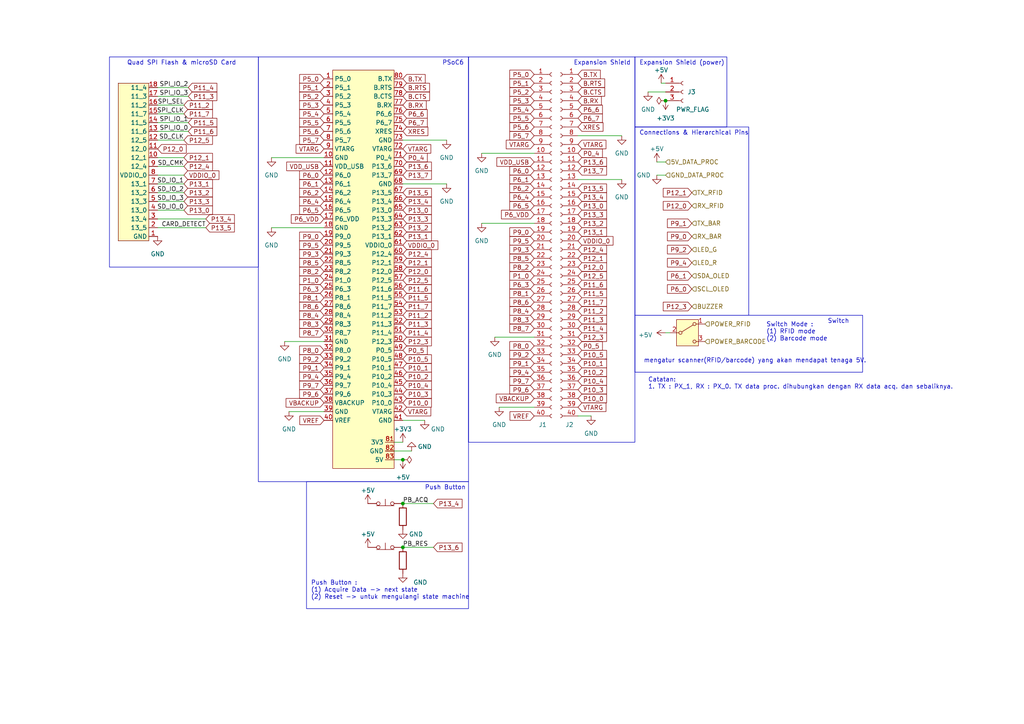
<source format=kicad_sch>
(kicad_sch (version 20230121) (generator eeschema)
  (paper "A4")
  (title_block (title "PSoC (Processing Unit)") (date "2024-03-05") (rev "2.1") (company "Institut Teknologi Bandung") (comment 1 "Bostang Palaguna") (comment 2 "Designed By:"))
  (lib_symbols
    (symbol "Connector:Conn_01x03_Socket" (pin_names (offset 1.016) hide)
      (property "Reference" "J" (at 0 5.08 0))
      (property "Value" "Conn_01x03_Socket" (at 0 -5.08 0))
      (symbol "Conn_01x03_Socket_1_1"
        (arc (start 0 -2.032) (mid -0.5058 -2.54) (end 0 -3.048) (stroke (width 0.1524)))
        (polyline (pts (xy -1.27 -2.54) (xy -0.508 -2.54)) (stroke (width 0.1524)))
        (polyline (pts (xy -1.27 0) (xy -0.508 0)) (stroke (width 0.1524)))
        (polyline (pts (xy -1.27 2.54) (xy -0.508 2.54)) (stroke (width 0.1524)))
        (arc (start 0 0.508) (mid -0.5058 0) (end 0 -0.508) (stroke (width 0.1524)))
        (arc (start 0 3.048) (mid -0.5058 2.54) (end 0 2.032) (stroke (width 0.1524)))
        (pin passive line (at -5.08 2.54 0) (length 3.81) (name "Pin_1") (number "1"))
        (pin passive line (at -5.08 0 0) (length 3.81) (name "Pin_2") (number "2"))
        (pin passive line (at -5.08 -2.54 0) (length 3.81) (name "Pin_3") (number "3"))
      )
    )
    (symbol "Connector:Conn_01x40_Socket" (pin_names (offset 1.016) hide)
      (property "Reference" "J" (at 0 50.8 0))
      (property "Value" "Conn_01x40_Socket" (at 0 -53.34 0))
      (symbol "Conn_01x40_Socket_1_1"
        (arc (start 0 -50.292) (mid -0.5058 -50.8) (end 0 -51.308) (stroke (width 0.1524)))
        (arc (start 0 -47.752) (mid -0.5058 -48.26) (end 0 -48.768) (stroke (width 0.1524)))
        (arc (start 0 -45.212) (mid -0.5058 -45.72) (end 0 -46.228) (stroke (width 0.1524)))
        (arc (start 0 -42.672) (mid -0.5058 -43.18) (end 0 -43.688) (stroke (width 0.1524)))
        (arc (start 0 -40.132) (mid -0.5058 -40.64) (end 0 -41.148) (stroke (width 0.1524)))
        (arc (start 0 -37.592) (mid -0.5058 -38.1) (end 0 -38.608) (stroke (width 0.1524)))
        (arc (start 0 -35.052) (mid -0.5058 -35.56) (end 0 -36.068) (stroke (width 0.1524)))
        (arc (start 0 -32.512) (mid -0.5058 -33.02) (end 0 -33.528) (stroke (width 0.1524)))
        (arc (start 0 -29.972) (mid -0.5058 -30.48) (end 0 -30.988) (stroke (width 0.1524)))
        (arc (start 0 -27.432) (mid -0.5058 -27.94) (end 0 -28.448) (stroke (width 0.1524)))
        (arc (start 0 -24.892) (mid -0.5058 -25.4) (end 0 -25.908) (stroke (width 0.1524)))
        (arc (start 0 -22.352) (mid -0.5058 -22.86) (end 0 -23.368) (stroke (width 0.1524)))
        (arc (start 0 -19.812) (mid -0.5058 -20.32) (end 0 -20.828) (stroke (width 0.1524)))
        (arc (start 0 -17.272) (mid -0.5058 -17.78) (end 0 -18.288) (stroke (width 0.1524)))
        (arc (start 0 -14.732) (mid -0.5058 -15.24) (end 0 -15.748) (stroke (width 0.1524)))
        (arc (start 0 -12.192) (mid -0.5058 -12.7) (end 0 -13.208) (stroke (width 0.1524)))
        (arc (start 0 -9.652) (mid -0.5058 -10.16) (end 0 -10.668) (stroke (width 0.1524)))
        (arc (start 0 -7.112) (mid -0.5058 -7.62) (end 0 -8.128) (stroke (width 0.1524)))
        (arc (start 0 -4.572) (mid -0.5058 -5.08) (end 0 -5.588) (stroke (width 0.1524)))
        (arc (start 0 -2.032) (mid -0.5058 -2.54) (end 0 -3.048) (stroke (width 0.1524)))
        (polyline (pts (xy -1.27 -50.8) (xy -0.508 -50.8)) (stroke (width 0.1524)))
        (polyline (pts (xy -1.27 -48.26) (xy -0.508 -48.26)) (stroke (width 0.1524)))
        (polyline (pts (xy -1.27 -45.72) (xy -0.508 -45.72)) (stroke (width 0.1524)))
        (polyline (pts (xy -1.27 -43.18) (xy -0.508 -43.18)) (stroke (width 0.1524)))
        (polyline (pts (xy -1.27 -40.64) (xy -0.508 -40.64)) (stroke (width 0.1524)))
        (polyline (pts (xy -1.27 -38.1) (xy -0.508 -38.1)) (stroke (width 0.1524)))
        (polyline (pts (xy -1.27 -35.56) (xy -0.508 -35.56)) (stroke (width 0.1524)))
        (polyline (pts (xy -1.27 -33.02) (xy -0.508 -33.02)) (stroke (width 0.1524)))
        (polyline (pts (xy -1.27 -30.48) (xy -0.508 -30.48)) (stroke (width 0.1524)))
        (polyline (pts (xy -1.27 -27.94) (xy -0.508 -27.94)) (stroke (width 0.1524)))
        (polyline (pts (xy -1.27 -25.4) (xy -0.508 -25.4)) (stroke (width 0.1524)))
        (polyline (pts (xy -1.27 -22.86) (xy -0.508 -22.86)) (stroke (width 0.1524)))
        (polyline (pts (xy -1.27 -20.32) (xy -0.508 -20.32)) (stroke (width 0.1524)))
        (polyline (pts (xy -1.27 -17.78) (xy -0.508 -17.78)) (stroke (width 0.1524)))
        (polyline (pts (xy -1.27 -15.24) (xy -0.508 -15.24)) (stroke (width 0.1524)))
        (polyline (pts (xy -1.27 -12.7) (xy -0.508 -12.7)) (stroke (width 0.1524)))
        (polyline (pts (xy -1.27 -10.16) (xy -0.508 -10.16)) (stroke (width 0.1524)))
        (polyline (pts (xy -1.27 -7.62) (xy -0.508 -7.62)) (stroke (width 0.1524)))
        (polyline (pts (xy -1.27 -5.08) (xy -0.508 -5.08)) (stroke (width 0.1524)))
        (polyline (pts (xy -1.27 -2.54) (xy -0.508 -2.54)) (stroke (width 0.1524)))
        (polyline (pts (xy -1.27 0) (xy -0.508 0)) (stroke (width 0.1524)))
        (polyline (pts (xy -1.27 2.54) (xy -0.508 2.54)) (stroke (width 0.1524)))
        (polyline (pts (xy -1.27 5.08) (xy -0.508 5.08)) (stroke (width 0.1524)))
        (polyline (pts (xy -1.27 7.62) (xy -0.508 7.62)) (stroke (width 0.1524)))
        (polyline (pts (xy -1.27 10.16) (xy -0.508 10.16)) (stroke (width 0.1524)))
        (polyline (pts (xy -1.27 12.7) (xy -0.508 12.7)) (stroke (width 0.1524)))
        (polyline (pts (xy -1.27 15.24) (xy -0.508 15.24)) (stroke (width 0.1524)))
        (polyline (pts (xy -1.27 17.78) (xy -0.508 17.78)) (stroke (width 0.1524)))
        (polyline (pts (xy -1.27 20.32) (xy -0.508 20.32)) (stroke (width 0.1524)))
        (polyline (pts (xy -1.27 22.86) (xy -0.508 22.86)) (stroke (width 0.1524)))
        (polyline (pts (xy -1.27 25.4) (xy -0.508 25.4)) (stroke (width 0.1524)))
        (polyline (pts (xy -1.27 27.94) (xy -0.508 27.94)) (stroke (width 0.1524)))
        (polyline (pts (xy -1.27 30.48) (xy -0.508 30.48)) (stroke (width 0.1524)))
        (polyline (pts (xy -1.27 33.02) (xy -0.508 33.02)) (stroke (width 0.1524)))
        (polyline (pts (xy -1.27 35.56) (xy -0.508 35.56)) (stroke (width 0.1524)))
        (polyline (pts (xy -1.27 38.1) (xy -0.508 38.1)) (stroke (width 0.1524)))
        (polyline (pts (xy -1.27 40.64) (xy -0.508 40.64)) (stroke (width 0.1524)))
        (polyline (pts (xy -1.27 43.18) (xy -0.508 43.18)) (stroke (width 0.1524)))
        (polyline (pts (xy -1.27 45.72) (xy -0.508 45.72)) (stroke (width 0.1524)))
        (polyline (pts (xy -1.27 48.26) (xy -0.508 48.26)) (stroke (width 0.1524)))
        (arc (start 0 0.508) (mid -0.5058 0) (end 0 -0.508) (stroke (width 0.1524)))
        (arc (start 0 3.048) (mid -0.5058 2.54) (end 0 2.032) (stroke (width 0.1524)))
        (arc (start 0 5.588) (mid -0.5058 5.08) (end 0 4.572) (stroke (width 0.1524)))
        (arc (start 0 8.128) (mid -0.5058 7.62) (end 0 7.112) (stroke (width 0.1524)))
        (arc (start 0 10.668) (mid -0.5058 10.16) (end 0 9.652) (stroke (width 0.1524)))
        (arc (start 0 13.208) (mid -0.5058 12.7) (end 0 12.192) (stroke (width 0.1524)))
        (arc (start 0 15.748) (mid -0.5058 15.24) (end 0 14.732) (stroke (width 0.1524)))
        (arc (start 0 18.288) (mid -0.5058 17.78) (end 0 17.272) (stroke (width 0.1524)))
        (arc (start 0 20.828) (mid -0.5058 20.32) (end 0 19.812) (stroke (width 0.1524)))
        (arc (start 0 23.368) (mid -0.5058 22.86) (end 0 22.352) (stroke (width 0.1524)))
        (arc (start 0 25.908) (mid -0.5058 25.4) (end 0 24.892) (stroke (width 0.1524)))
        (arc (start 0 28.448) (mid -0.5058 27.94) (end 0 27.432) (stroke (width 0.1524)))
        (arc (start 0 30.988) (mid -0.5058 30.48) (end 0 29.972) (stroke (width 0.1524)))
        (arc (start 0 33.528) (mid -0.5058 33.02) (end 0 32.512) (stroke (width 0.1524)))
        (arc (start 0 36.068) (mid -0.5058 35.56) (end 0 35.052) (stroke (width 0.1524)))
        (arc (start 0 38.608) (mid -0.5058 38.1) (end 0 37.592) (stroke (width 0.1524)))
        (arc (start 0 41.148) (mid -0.5058 40.64) (end 0 40.132) (stroke (width 0.1524)))
        (arc (start 0 43.688) (mid -0.5058 43.18) (end 0 42.672) (stroke (width 0.1524)))
        (arc (start 0 46.228) (mid -0.5058 45.72) (end 0 45.212) (stroke (width 0.1524)))
        (arc (start 0 48.768) (mid -0.5058 48.26) (end 0 47.752) (stroke (width 0.1524)))
        (pin passive line (at -5.08 48.26 0) (length 3.81) (name "Pin_1") (number "1"))
        (pin passive line (at -5.08 25.4 0) (length 3.81) (name "Pin_10") (number "10"))
        (pin passive line (at -5.08 22.86 0) (length 3.81) (name "Pin_11") (number "11"))
        (pin passive line (at -5.08 20.32 0) (length 3.81) (name "Pin_12") (number "12"))
        (pin passive line (at -5.08 17.78 0) (length 3.81) (name "Pin_13") (number "13"))
        (pin passive line (at -5.08 15.24 0) (length 3.81) (name "Pin_14") (number "14"))
        (pin passive line (at -5.08 12.7 0) (length 3.81) (name "Pin_15") (number "15"))
        (pin passive line (at -5.08 10.16 0) (length 3.81) (name "Pin_16") (number "16"))
        (pin passive line (at -5.08 7.62 0) (length 3.81) (name "Pin_17") (number "17"))
        (pin passive line (at -5.08 5.08 0) (length 3.81) (name "Pin_18") (number "18"))
        (pin passive line (at -5.08 2.54 0) (length 3.81) (name "Pin_19") (number "19"))
        (pin passive line (at -5.08 45.72 0) (length 3.81) (name "Pin_2") (number "2"))
        (pin passive line (at -5.08 0 0) (length 3.81) (name "Pin_20") (number "20"))
        (pin passive line (at -5.08 -2.54 0) (length 3.81) (name "Pin_21") (number "21"))
        (pin passive line (at -5.08 -5.08 0) (length 3.81) (name "Pin_22") (number "22"))
        (pin passive line (at -5.08 -7.62 0) (length 3.81) (name "Pin_23") (number "23"))
        (pin passive line (at -5.08 -10.16 0) (length 3.81) (name "Pin_24") (number "24"))
        (pin passive line (at -5.08 -12.7 0) (length 3.81) (name "Pin_25") (number "25"))
        (pin passive line (at -5.08 -15.24 0) (length 3.81) (name "Pin_26") (number "26"))
        (pin passive line (at -5.08 -17.78 0) (length 3.81) (name "Pin_27") (number "27"))
        (pin passive line (at -5.08 -20.32 0) (length 3.81) (name "Pin_28") (number "28"))
        (pin passive line (at -5.08 -22.86 0) (length 3.81) (name "Pin_29") (number "29"))
        (pin passive line (at -5.08 43.18 0) (length 3.81) (name "Pin_3") (number "3"))
        (pin passive line (at -5.08 -25.4 0) (length 3.81) (name "Pin_30") (number "30"))
        (pin passive line (at -5.08 -27.94 0) (length 3.81) (name "Pin_31") (number "31"))
        (pin passive line (at -5.08 -30.48 0) (length 3.81) (name "Pin_32") (number "32"))
        (pin passive line (at -5.08 -33.02 0) (length 3.81) (name "Pin_33") (number "33"))
        (pin passive line (at -5.08 -35.56 0) (length 3.81) (name "Pin_34") (number "34"))
        (pin passive line (at -5.08 -38.1 0) (length 3.81) (name "Pin_35") (number "35"))
        (pin passive line (at -5.08 -40.64 0) (length 3.81) (name "Pin_36") (number "36"))
        (pin passive line (at -5.08 -43.18 0) (length 3.81) (name "Pin_37") (number "37"))
        (pin passive line (at -5.08 -45.72 0) (length 3.81) (name "Pin_38") (number "38"))
        (pin passive line (at -5.08 -48.26 0) (length 3.81) (name "Pin_39") (number "39"))
        (pin passive line (at -5.08 40.64 0) (length 3.81) (name "Pin_4") (number "4"))
        (pin passive line (at -5.08 -50.8 0) (length 3.81) (name "Pin_40") (number "40"))
        (pin passive line (at -5.08 38.1 0) (length 3.81) (name "Pin_5") (number "5"))
        (pin passive line (at -5.08 35.56 0) (length 3.81) (name "Pin_6") (number "6"))
        (pin passive line (at -5.08 33.02 0) (length 3.81) (name "Pin_7") (number "7"))
        (pin passive line (at -5.08 30.48 0) (length 3.81) (name "Pin_8") (number "8"))
        (pin passive line (at -5.08 27.94 0) (length 3.81) (name "Pin_9") (number "9"))
      )
    )
    (symbol "Device:R" (pin_numbers hide) (pin_names (offset 0))
      (property "Reference" "R" (at 2.032 0 90))
      (property "Value" "R" (at 0 0 90))
      (symbol "R_0_1"
        (rectangle (start -1.016 -2.54) (end 1.016 2.54) (stroke (width 0.254)))
      )
      (symbol "R_1_1"
        (pin passive line (at 0 3.81 270) (length 1.27) (name "~") (number "1"))
        (pin passive line (at 0 -3.81 90) (length 1.27) (name "~") (number "2"))
      )
    )
    (symbol "Switch:SW_Push_Open" (pin_numbers hide) (pin_names (offset 1.016) hide)
      (property "Reference" "SW" (at 0 2.54 0))
      (property "Value" "SW_Push_Open" (at 0 -1.905 0))
      (symbol "SW_Push_Open_0_1"
        (circle (center -2.032 0) (radius 0.508))
        (polyline (pts (xy -2.54 -0.635) (xy 2.54 -0.635)))
        (polyline (pts (xy 0 -0.635) (xy 0 1.27)))
        (circle (center 2.032 0) (radius 0.508))
        (pin passive line (at -5.08 0 0) (length 2.54) (name "A") (number "1"))
      )
      (symbol "SW_Push_Open_1_1"
        (pin passive line (at 5.08 0 180) (length 2.54) (name "B") (number "2"))
      )
    )
    (symbol "Switch:SW_SPDT" (pin_names (offset 0) hide)
      (property "Reference" "SW" (at 0 5.08 0))
      (property "Value" "SW_SPDT" (at 0 -5.08 0))
      (symbol "SW_SPDT_0_1"
        (circle (center -2.032 0) (radius 0.4572))
        (polyline (pts (xy -1.651 0.254) (xy 1.651 2.286)))
        (circle (center 2.032 -2.54) (radius 0.4572))
        (circle (center 2.032 2.54) (radius 0.4572))
      )
      (symbol "SW_SPDT_1_1"
        (rectangle (start -3.175 3.81) (end 3.175 -3.81) (fill (type background)))
        (pin passive line (at 5.08 2.54 180) (length 2.54) (name "A") (number "1"))
        (pin passive line (at -5.08 0 0) (length 2.54) (name "B") (number "2"))
        (pin passive line (at 5.08 -2.54 180) (length 2.54) (name "C") (number "3"))
      )
    )
    (symbol "WMS_components:CY8CPROTO-062-4343W"
      (property "Reference" "U" (at 1.27 52.07 0))
      (symbol "CY8CPROTO-062-4343W_1_1"
        (rectangle (start -8.89 49.53) (end 8.89 -66.04) (fill (type background)))
        (pin bidirectional line (at -11.43 46.99 0) (length 2.54) (name "P5_0") (number "1"))
        (pin bidirectional line (at -11.43 24.13 0) (length 2.54) (name "GND") (number "10"))
        (pin bidirectional line (at -11.43 21.59 0) (length 2.54) (name "VDD_USB") (number "11"))
        (pin bidirectional line (at -11.43 19.05 0) (length 2.54) (name "P6_0") (number "12"))
        (pin bidirectional line (at -11.43 16.51 0) (length 2.54) (name "P6_1") (number "13"))
        (pin bidirectional line (at -11.43 13.97 0) (length 2.54) (name "P6_2") (number "14"))
        (pin bidirectional line (at -11.43 11.43 0) (length 2.54) (name "P6_4") (number "15"))
        (pin bidirectional line (at -11.43 8.89 0) (length 2.54) (name "P6_5") (number "16"))
        (pin bidirectional line (at -11.43 6.35 0) (length 2.54) (name "P6_VDD") (number "17"))
        (pin bidirectional line (at -11.43 3.81 0) (length 2.54) (name "GND") (number "18"))
        (pin bidirectional line (at -11.43 1.27 0) (length 2.54) (name "P9_0") (number "19"))
        (pin bidirectional line (at -11.43 44.45 0) (length 2.54) (name "P5_1") (number "2"))
        (pin bidirectional line (at -11.43 -1.27 0) (length 2.54) (name "P9_5") (number "20"))
        (pin bidirectional line (at -11.43 -3.81 0) (length 2.54) (name "P9_3") (number "21"))
        (pin bidirectional line (at -11.43 -6.35 0) (length 2.54) (name "P8_5") (number "22"))
        (pin bidirectional line (at -11.43 -8.89 0) (length 2.54) (name "P8_2") (number "23"))
        (pin bidirectional line (at -11.43 -11.43 0) (length 2.54) (name "P1_0") (number "24"))
        (pin bidirectional line (at -11.43 -13.97 0) (length 2.54) (name "P6_3") (number "25"))
        (pin bidirectional line (at -11.43 -16.51 0) (length 2.54) (name "P8_1") (number "26"))
        (pin bidirectional line (at -11.43 -19.05 0) (length 2.54) (name "P8_6") (number "27"))
        (pin bidirectional line (at -11.43 -21.59 0) (length 2.54) (name "P8_4") (number "28"))
        (pin bidirectional line (at -11.43 -24.13 0) (length 2.54) (name "P8_3") (number "29"))
        (pin bidirectional line (at -11.43 41.91 0) (length 2.54) (name "P5_2") (number "3"))
        (pin bidirectional line (at -11.43 -26.67 0) (length 2.54) (name "P8_7") (number "30"))
        (pin bidirectional line (at -11.43 -29.21 0) (length 2.54) (name "GND") (number "31"))
        (pin bidirectional line (at -11.43 -31.75 0) (length 2.54) (name "P8_0") (number "32"))
        (pin bidirectional line (at -11.43 -34.29 0) (length 2.54) (name "P9_2") (number "33"))
        (pin bidirectional line (at -11.43 -36.83 0) (length 2.54) (name "P9_1") (number "34"))
        (pin bidirectional line (at -11.43 -39.37 0) (length 2.54) (name "P9_4") (number "35"))
        (pin bidirectional line (at -11.43 -41.91 0) (length 2.54) (name "P9_7") (number "36"))
        (pin bidirectional line (at -11.43 -44.45 0) (length 2.54) (name "P9_6") (number "37"))
        (pin bidirectional line (at -11.43 -46.99 0) (length 2.54) (name "VBACKUP") (number "38"))
        (pin bidirectional line (at -11.43 -49.53 0) (length 2.54) (name "GND") (number "39"))
        (pin bidirectional line (at -11.43 39.37 0) (length 2.54) (name "P5_3") (number "4"))
        (pin bidirectional line (at -11.43 -52.07 0) (length 2.54) (name "VREF") (number "40"))
        (pin bidirectional line (at 11.43 -52.07 180) (length 2.54) (name "GND") (number "41"))
        (pin bidirectional line (at 11.43 -49.53 180) (length 2.54) (name "VTARG") (number "42"))
        (pin bidirectional line (at 11.43 -46.99 180) (length 2.54) (name "P10_0") (number "43"))
        (pin bidirectional line (at 11.43 -44.45 180) (length 2.54) (name "P10_3") (number "44"))
        (pin bidirectional line (at 11.43 -41.91 180) (length 2.54) (name "P10_4") (number "45"))
        (pin bidirectional line (at 11.43 -39.37 180) (length 2.54) (name "P10_2") (number "46"))
        (pin bidirectional line (at 11.43 -36.83 180) (length 2.54) (name "P10_1") (number "47"))
        (pin bidirectional line (at 11.43 -34.29 180) (length 2.54) (name "P10_5") (number "48"))
        (pin bidirectional line (at 11.43 -31.75 180) (length 2.54) (name "P0_5") (number "49"))
        (pin bidirectional line (at -11.43 36.83 0) (length 2.54) (name "P5_4") (number "5"))
        (pin bidirectional line (at 11.43 -29.21 180) (length 2.54) (name "P12_3") (number "50"))
        (pin bidirectional line (at 11.43 -26.67 180) (length 2.54) (name "P11_4") (number "51"))
        (pin bidirectional line (at 11.43 -24.13 180) (length 2.54) (name "P11_3") (number "52"))
        (pin bidirectional line (at 11.43 -21.59 180) (length 2.54) (name "P11_2") (number "53"))
        (pin bidirectional line (at 11.43 -19.05 180) (length 2.54) (name "P11_7") (number "54"))
        (pin bidirectional line (at 11.43 -16.51 180) (length 2.54) (name "P11_5") (number "55"))
        (pin bidirectional line (at 11.43 -13.97 180) (length 2.54) (name "P11_6") (number "56"))
        (pin bidirectional line (at 11.43 -11.43 180) (length 2.54) (name "P12_5") (number "57"))
        (pin bidirectional line (at 11.43 -8.89 180) (length 2.54) (name "P12_0") (number "58"))
        (pin bidirectional line (at 11.43 -6.35 180) (length 2.54) (name "P12_1") (number "59"))
        (pin bidirectional line (at -11.43 34.29 0) (length 2.54) (name "P5_5") (number "6"))
        (pin bidirectional line (at 11.43 -3.81 180) (length 2.54) (name "P12_4") (number "60"))
        (pin bidirectional line (at 11.43 -1.27 180) (length 2.54) (name "VDDIO_0") (number "61"))
        (pin bidirectional line (at 11.43 1.27 180) (length 2.54) (name "P13_1") (number "62"))
        (pin bidirectional line (at 11.43 3.81 180) (length 2.54) (name "P13_2") (number "63"))
        (pin bidirectional line (at 11.43 6.35 180) (length 2.54) (name "P13_3") (number "64"))
        (pin bidirectional line (at 11.43 8.89 180) (length 2.54) (name "P13_0") (number "65"))
        (pin bidirectional line (at 11.43 11.43 180) (length 2.54) (name "P13_4") (number "66"))
        (pin bidirectional line (at 11.43 13.97 180) (length 2.54) (name "P13_5") (number "67"))
        (pin bidirectional line (at 11.43 16.51 180) (length 2.54) (name "GND") (number "68"))
        (pin bidirectional line (at 11.43 19.05 180) (length 2.54) (name "P13_7") (number "69"))
        (pin bidirectional line (at -11.43 31.75 0) (length 2.54) (name "P5_6") (number "7"))
        (pin bidirectional line (at 11.43 21.59 180) (length 2.54) (name "P13_6") (number "70"))
        (pin bidirectional line (at 11.43 24.13 180) (length 2.54) (name "P0_4") (number "71"))
        (pin bidirectional line (at 11.43 26.67 180) (length 2.54) (name "VTARG") (number "72"))
        (pin bidirectional line (at 11.43 29.21 180) (length 2.54) (name "GND") (number "73"))
        (pin bidirectional line (at 11.43 31.75 180) (length 2.54) (name "XRES") (number "74"))
        (pin bidirectional line (at 11.43 34.29 180) (length 2.54) (name "P6_7") (number "75"))
        (pin bidirectional line (at 11.43 36.83 180) (length 2.54) (name "P6_6") (number "76"))
        (pin bidirectional line (at 11.43 39.37 180) (length 2.54) (name "B.RX") (number "77"))
        (pin bidirectional line (at 11.43 41.91 180) (length 2.54) (name "B.CTS") (number "78"))
        (pin bidirectional line (at 11.43 44.45 180) (length 2.54) (name "B.RTS") (number "79"))
        (pin bidirectional line (at -11.43 29.21 0) (length 2.54) (name "P5_7") (number "8"))
        (pin bidirectional line (at 11.43 46.99 180) (length 2.54) (name "B.TX") (number "80"))
        (pin power_in line (at 8.89 -58.42 180) (length 2.54) (name "3V3") (number "81"))
        (pin bidirectional line (at 8.89 -60.96 180) (length 2.54) (name "GND") (number "82"))
        (pin power_in line (at 8.89 -63.5 180) (length 2.54) (name "5V") (number "83"))
        (pin bidirectional line (at -11.43 26.67 0) (length 2.54) (name "VTARG") (number "9"))
      )
    )
    (symbol "WMS_components:QUAD_SPI_and_MICRO_SD"
      (property "Reference" "U" (at 0 6.35 0))
      (symbol "QUAD_SPI_and_MICRO_SD_0_1"
        (rectangle (start -22.86 5.08) (end 22.86 -3.81) (fill (type background)))
      )
      (symbol "QUAD_SPI_and_MICRO_SD_1_1"
        (pin power_in line (at -21.59 -6.35 90) (length 2.54) (name "GND") (number "1"))
        (pin bidirectional line (at 1.27 -6.35 90) (length 2.54) (name "12_1") (number "10"))
        (pin bidirectional line (at 3.81 -6.35 90) (length 2.54) (name "12_0") (number "11"))
        (pin bidirectional line (at 6.35 -6.35 90) (length 2.54) (name "12_5") (number "12"))
        (pin bidirectional line (at 8.89 -6.35 90) (length 2.54) (name "11_6") (number "13"))
        (pin bidirectional line (at 11.43 -6.35 90) (length 2.54) (name "11_5") (number "14"))
        (pin bidirectional line (at 13.97 -6.35 90) (length 2.54) (name "11_7") (number "15"))
        (pin bidirectional line (at 16.51 -6.35 90) (length 2.54) (name "11_2") (number "16"))
        (pin bidirectional line (at 19.05 -6.35 90) (length 2.54) (name "11_3") (number "17"))
        (pin bidirectional line (at 21.59 -6.35 90) (length 2.54) (name "11_4") (number "18"))
        (pin bidirectional line (at -19.05 -6.35 90) (length 2.54) (name "13_5") (number "2"))
        (pin bidirectional line (at -16.51 -6.35 90) (length 2.54) (name "13_4") (number "3"))
        (pin bidirectional line (at -13.97 -6.35 90) (length 2.54) (name "13_0") (number "4"))
        (pin bidirectional line (at -11.43 -6.35 90) (length 2.54) (name "13_3") (number "5"))
        (pin bidirectional line (at -8.89 -6.35 90) (length 2.54) (name "13_2") (number "6"))
        (pin bidirectional line (at -6.35 -6.35 90) (length 2.54) (name "13_1") (number "7"))
        (pin bidirectional line (at -3.81 -6.35 90) (length 2.54) (name "VDDIO_0") (number "8"))
        (pin bidirectional line (at -1.27 -6.35 90) (length 2.54) (name "12_4") (number "9"))
      )
    )
    (symbol "power:+3V3" (power) (pin_names (offset 0))
      (property "Value" "+3V3" (at 0 3.556 0))
      (symbol "+3V3_0_1"
        (polyline (pts (xy -0.762 1.27) (xy 0 2.54)))
        (polyline (pts (xy 0 0) (xy 0 2.54)))
        (polyline (pts (xy 0 2.54) (xy 0.762 1.27)))
      )
      (symbol "+3V3_1_1"
        (pin power_in line (at 0 0 90) (length 0) hide (name "+3V3") (number "1"))
      )
    )
    (symbol "power:+5V" (power) (pin_names (offset 0))
      (property "Value" "+5V" (at 0 3.556 0))
      (symbol "+5V_0_1"
        (polyline (pts (xy -0.762 1.27) (xy 0 2.54)))
        (polyline (pts (xy 0 0) (xy 0 2.54)))
        (polyline (pts (xy 0 2.54) (xy 0.762 1.27)))
      )
      (symbol "+5V_1_1"
        (pin power_in line (at 0 0 90) (length 0) hide (name "+5V") (number "1"))
      )
    )
    (symbol "power:GND" (power) (pin_names (offset 0))
      (property "Value" "GND" (at 0 -3.81 0))
      (symbol "GND_0_1"
        (polyline (pts (xy 0 0) (xy 0 -1.27) (xy 1.27 -1.27) (xy 0 -2.54) (xy -1.27 -1.27) (xy 0 -1.27)))
      )
      (symbol "GND_1_1"
        (pin power_in line (at 0 0 270) (length 0) hide (name "GND") (number "1"))
      )
    )
    (symbol "power:PWR_FLAG" (power) (pin_numbers hide) (pin_names (offset 0) hide)
      (property "Value" "PWR_FLAG" (at 0 3.81 0))
      (symbol "PWR_FLAG_0_0"
        (pin power_out line (at 0 0 90) (length 0) (name "pwr") (number "1"))
      )
      (symbol "PWR_FLAG_0_1"
        (polyline (pts (xy 0 0) (xy 0 1.27) (xy -1.016 1.905) (xy 0 2.54) (xy 1.016 1.905) (xy 0 1.27)))
      )
    )
  )
  (junction (at 193.04 29.21))
  (junction (at 116.84 146.05))
  (junction (at 116.84 133.35))
  (junction (at 116.84 158.75))
  (wire (pts (xy 59.69 63.5) (xy 45.72 63.5)))
  (wire (pts (xy 143.51 97.79) (xy 154.94 97.79)))
  (wire (pts (xy 129.54 40.64) (xy 116.84 40.64)))
  (wire (pts (xy 53.34 53.34) (xy 45.72 53.34)))
  (wire (pts (xy 123.19 121.92) (xy 116.84 121.92)))
  (wire (pts (xy 193.04 96.52) (xy 194.31 96.52)))
  (wire (pts (xy 53.34 45.72) (xy 45.72 45.72)))
  (wire (pts (xy 59.69 66.04) (xy 45.72 66.04)))
  (wire (pts (xy 187.96 26.67) (xy 193.04 26.67)))
  (wire (pts (xy 190.5 50.8) (xy 193.04 50.8)))
  (wire (pts (xy 53.34 40.64) (xy 45.72 40.64)))
  (wire (pts (xy 54.61 38.1) (xy 45.72 38.1)))
  (wire (pts (xy 53.34 33.02) (xy 45.72 33.02)))
  (wire (pts (xy 116.84 133.35) (xy 114.3 133.35)))
  (wire (pts (xy 119.38 130.81) (xy 114.3 130.81)))
  (wire (pts (xy 144.78 118.11) (xy 154.94 118.11)))
  (wire (pts (xy 53.34 50.8) (xy 45.72 50.8)))
  (wire (pts (xy 139.7 64.77) (xy 154.94 64.77)))
  (wire (pts (xy 54.61 27.94) (xy 45.72 27.94)))
  (wire (pts (xy 78.74 45.72) (xy 93.98 45.72)))
  (wire (pts (xy 129.54 53.34) (xy 116.84 53.34)))
  (wire (pts (xy 139.7 44.45) (xy 154.94 44.45)))
  (wire (pts (xy 83.82 119.38) (xy 93.98 119.38)))
  (wire (pts (xy 78.74 66.04) (xy 93.98 66.04)))
  (wire (pts (xy 54.61 35.56) (xy 45.72 35.56)))
  (wire (pts (xy 54.61 25.4) (xy 45.72 25.4)))
  (wire (pts (xy 53.34 60.96) (xy 45.72 60.96)))
  (wire (pts (xy 82.55 99.06) (xy 93.98 99.06)))
  (wire (pts (xy 180.34 39.37) (xy 167.64 39.37)))
  (wire (pts (xy 116.84 128.27) (xy 114.3 128.27)))
  (wire (pts (xy 190.5 46.99) (xy 193.04 46.99)))
  (wire (pts (xy 180.34 52.07) (xy 167.64 52.07)))
  (wire (pts (xy 116.84 146.05) (xy 125.73 146.05)))
  (wire (pts (xy 53.34 55.88) (xy 45.72 55.88)))
  (wire (pts (xy 171.45 120.65) (xy 167.64 120.65)))
  (wire (pts (xy 53.34 58.42) (xy 45.72 58.42)))
  (wire (pts (xy 116.84 158.75) (xy 125.73 158.75)))
  (wire (pts (xy 191.77 24.13) (xy 193.04 24.13)))
  (wire (pts (xy 53.34 48.26) (xy 45.72 48.26)))
  (wire (pts (xy 53.34 30.48) (xy 45.72 30.48)))
  (rectangle (start 184.15 16.51) (end 210.82 36.83))
  (rectangle (start 135.89 16.51) (end 184.15 128.27))
  (rectangle (start 184.15 91.44) (end 250.19 107.95))
  (rectangle (start 88.9 139.7) (end 135.89 176.53))
  (rectangle (start 31.75 16.51) (end 74.93 77.47))
  (rectangle (start 184.15 36.83) (end 217.17 91.44))
  (rectangle (start 74.93 16.51) (end 135.89 139.7))
  (text "PSoC6" (at 128.27 19.05 0) (effects (font (size 1.27 1.27)) (justify left bottom)))
  (text "Expansion Shield (power)" (at 185.42 19.05 0) (effects (font (size 1.27 1.27)) (justify left bottom)))
  (text "Push Button :\n(1) Acquire Data -> next state\n(2) Reset -> untuk mengulangi state machine" (at 90.17 173.99 0) (effects (font (size 1.27 1.27)) (justify left bottom)))
  (text "Switch" (at 240.03 93.98 0) (effects (font (size 1.27 1.27)) (justify left bottom)))
  (text "Expansion Shield" (at 166.37 19.05 0) (effects (font (size 1.27 1.27)) (justify left bottom)))
  (text "Connections & Hierarchical Pins" (at 185.42 39.37 0) (effects (font (size 1.27 1.27)) (justify left bottom)))
  (text "mengatur scanner(RFID/barcode) yang akan mendapat tenaga 5V." (at 186.69 105.41 0) (effects (font (size 1.27 1.27)) (justify left bottom)))
  (text "Catatan:\n1. TX : PX_1, RX : PX_0. TX data proc. dihubungkan dengan RX data acq. dan sebaliknya." (at 187.96 113.03 0) (effects (font (size 1.27 1.27)) (justify left bottom)))
  (text "Switch Mode :\n(1) RFID mode\n(2) Barcode mode" (at 222.25 99.06 0) (effects (font (size 1.27 1.27)) (justify left bottom)))
  (text "Quad SPI Flash & microSD Card" (at 36.83 19.05 0) (effects (font (size 1.27 1.27)) (justify left bottom)))
  (text "Push Button" (at 123.19 142.24 0) (effects (font (size 1.27 1.27)) (justify left bottom)))
  (label "SPI_IO_2" (at 54.61 25.4 180))
  (label "SD_IO_1" (at 53.34 53.34 180))
  (label "SD_IO_0" (at 53.34 60.96 180))
  (label "SPI_SEL" (at 53.34 30.48 180))
  (label "CARD_DETECT" (at 59.69 66.04 180))
  (label "PB_RES" (at 116.84 158.75 0))
  (label "SPI_IO_0" (at 54.61 38.1 180))
  (label "SD_CLK" (at 53.34 40.64 180))
  (label "SD_CMK" (at 53.34 48.26 180))
  (label "SD_IO_2" (at 53.34 55.88 180))
  (label "SPI_IO_1" (at 54.61 35.56 180))
  (label "SPI_CLK" (at 53.34 33.02 180))
  (label "SPI_IO_3" (at 54.61 27.94 180))
  (label "SD_IO_3" (at 53.34 58.42 180))
  (label "PB_ACQ" (at 116.84 146.05 0))
  (global_label "P13_5" (shape input) (at 167.64 54.61 0) (property "Intersheetrefs" "${INTERSHEET_REFS}" (effects hide)))
  (global_label "P10_1" (shape input) (at 167.64 105.41 0) (property "Intersheetrefs" "${INTERSHEET_REFS}" (effects hide)))
  (global_label "P11_5" (shape input) (at 116.84 86.36 0) (property "Intersheetrefs" "${INTERSHEET_REFS}" (effects hide)))
  (global_label "P8_7" (shape input) (at 93.98 96.52 180) (property "Intersheetrefs" "${INTERSHEET_REFS}" (effects hide)))
  (global_label "P5_6" (shape input) (at 154.94 36.83 180) (property "Intersheetrefs" "${INTERSHEET_REFS}" (effects hide)))
  (global_label "B.RTS" (shape input) (at 116.84 25.4 0) (property "Intersheetrefs" "${INTERSHEET_REFS}" (effects hide)))
  (global_label "P11_6" (shape input) (at 116.84 83.82 0) (property "Intersheetrefs" "${INTERSHEET_REFS}" (effects hide)))
  (global_label "P11_3" (shape input) (at 116.84 93.98 0) (property "Intersheetrefs" "${INTERSHEET_REFS}" (effects hide)))
  (global_label "P12_0" (shape input) (at 45.72 43.18 0) (property "Intersheetrefs" "${INTERSHEET_REFS}" (effects hide)))
  (global_label "VDD_USB" (shape input) (at 93.98 48.26 180) (property "Intersheetrefs" "${INTERSHEET_REFS}" (effects hide)))
  (global_label "P13_6" (shape input) (at 167.64 46.99 0) (property "Intersheetrefs" "${INTERSHEET_REFS}" (effects hide)))
  (global_label "P5_5" (shape input) (at 93.98 35.56 180) (property "Intersheetrefs" "${INTERSHEET_REFS}" (effects hide)))
  (global_label "P13_3" (shape input) (at 167.64 62.23 0) (property "Intersheetrefs" "${INTERSHEET_REFS}" (effects hide)))
  (global_label "P8_4" (shape input) (at 154.94 90.17 180) (property "Intersheetrefs" "${INTERSHEET_REFS}" (effects hide)))
  (global_label "P11_7" (shape input) (at 116.84 88.9 0) (property "Intersheetrefs" "${INTERSHEET_REFS}" (effects hide)))
  (global_label "VDDIO_0" (shape input) (at 116.84 71.12 0) (property "Intersheetrefs" "${INTERSHEET_REFS}" (effects hide)))
  (global_label "P6_1" (shape input) (at 200.66 80.01 180) (property "Intersheetrefs" "${INTERSHEET_REFS}" (effects hide)))
  (global_label "VTARG" (shape input) (at 93.98 43.18 180) (property "Intersheetrefs" "${INTERSHEET_REFS}" (effects hide)))
  (global_label "P10_0" (shape input) (at 167.64 115.57 0) (property "Intersheetrefs" "${INTERSHEET_REFS}" (effects hide)))
  (global_label "P9_7" (shape input) (at 154.94 110.49 180) (property "Intersheetrefs" "${INTERSHEET_REFS}" (effects hide)))
  (global_label "P9_6" (shape input) (at 154.94 113.03 180) (property "Intersheetrefs" "${INTERSHEET_REFS}" (effects hide)))
  (global_label "P13_7" (shape input) (at 167.64 49.53 0) (property "Intersheetrefs" "${INTERSHEET_REFS}" (effects hide)))
  (global_label "VTARG" (shape input) (at 167.64 41.91 0) (property "Intersheetrefs" "${INTERSHEET_REFS}" (effects hide)))
  (global_label "XRES" (shape input) (at 167.64 36.83 0) (property "Intersheetrefs" "${INTERSHEET_REFS}" (effects hide)))
  (global_label "P11_7" (shape input) (at 53.34 33.02 0) (property "Intersheetrefs" "${INTERSHEET_REFS}" (effects hide)))
  (global_label "P5_0" (shape input) (at 154.94 21.59 180) (property "Intersheetrefs" "${INTERSHEET_REFS}" (effects hide)))
  (global_label "P5_7" (shape input) (at 93.98 40.64 180) (property "Intersheetrefs" "${INTERSHEET_REFS}" (effects hide)))
  (global_label "P8_2" (shape input) (at 93.98 78.74 180) (property "Intersheetrefs" "${INTERSHEET_REFS}" (effects hide)))
  (global_label "P9_0" (shape input) (at 154.94 67.31 180) (property "Intersheetrefs" "${INTERSHEET_REFS}" (effects hide)))
  (global_label "P11_6" (shape input) (at 54.61 38.1 0) (property "Intersheetrefs" "${INTERSHEET_REFS}" (effects hide)))
  (global_label "P6_1" (shape input) (at 93.98 53.34 180) (property "Intersheetrefs" "${INTERSHEET_REFS}" (effects hide)))
  (global_label "P10_4" (shape input) (at 116.84 111.76 0) (property "Intersheetrefs" "${INTERSHEET_REFS}" (effects hide)))
  (global_label "P11_2" (shape input) (at 116.84 91.44 0) (property "Intersheetrefs" "${INTERSHEET_REFS}" (effects hide)))
  (global_label "P13_0" (shape input) (at 53.34 60.96 0) (property "Intersheetrefs" "${INTERSHEET_REFS}" (effects hide)))
  (global_label "P12_4" (shape input) (at 116.84 73.66 0) (property "Intersheetrefs" "${INTERSHEET_REFS}" (effects hide)))
  (global_label "P6_4" (shape input) (at 93.98 58.42 180) (property "Intersheetrefs" "${INTERSHEET_REFS}" (effects hide)))
  (global_label "P11_2" (shape input) (at 167.64 90.17 0) (property "Intersheetrefs" "${INTERSHEET_REFS}" (effects hide)))
  (global_label "B.CTS" (shape input) (at 116.84 27.94 0) (property "Intersheetrefs" "${INTERSHEET_REFS}" (effects hide)))
  (global_label "VBACKUP" (shape input) (at 93.98 116.84 180) (property "Intersheetrefs" "${INTERSHEET_REFS}" (effects hide)))
  (global_label "P12_3" (shape input) (at 116.84 99.06 0) (property "Intersheetrefs" "${INTERSHEET_REFS}" (effects hide)))
  (global_label "P9_3" (shape input) (at 154.94 72.39 180) (property "Intersheetrefs" "${INTERSHEET_REFS}" (effects hide)))
  (global_label "P6_6" (shape input) (at 167.64 31.75 0) (property "Intersheetrefs" "${INTERSHEET_REFS}" (effects hide)))
  (global_label "P8_0" (shape input) (at 93.98 101.6 180) (property "Intersheetrefs" "${INTERSHEET_REFS}" (effects hide)))
  (global_label "P11_6" (shape input) (at 167.64 82.55 0) (property "Intersheetrefs" "${INTERSHEET_REFS}" (effects hide)))
  (global_label "P13_6" (shape input) (at 125.73 158.75 0) (property "Intersheetrefs" "${INTERSHEET_REFS}" (effects hide)))
  (global_label "P6_0" (shape input) (at 154.94 49.53 180) (property "Intersheetrefs" "${INTERSHEET_REFS}" (effects hide)))
  (global_label "VREF" (shape input) (at 93.98 121.92 180) (property "Intersheetrefs" "${INTERSHEET_REFS}" (effects hide)))
  (global_label "P13_7" (shape input) (at 116.84 50.8 0) (property "Intersheetrefs" "${INTERSHEET_REFS}" (effects hide)))
  (global_label "P13_2" (shape input) (at 116.84 66.04 0) (property "Intersheetrefs" "${INTERSHEET_REFS}" (effects hide)))
  (global_label "P9_7" (shape input) (at 93.98 111.76 180) (property "Intersheetrefs" "${INTERSHEET_REFS}" (effects hide)))
  (global_label "P9_0" (shape input) (at 93.98 68.58 180) (property "Intersheetrefs" "${INTERSHEET_REFS}" (effects hide)))
  (global_label "P5_4" (shape input) (at 93.98 33.02 180) (property "Intersheetrefs" "${INTERSHEET_REFS}" (effects hide)))
  (global_label "P13_6" (shape input) (at 116.84 48.26 0) (property "Intersheetrefs" "${INTERSHEET_REFS}" (effects hide)))
  (global_label "B.RX" (shape input) (at 116.84 30.48 0) (property "Intersheetrefs" "${INTERSHEET_REFS}" (effects hide)))
  (global_label "P8_3" (shape input) (at 93.98 93.98 180) (property "Intersheetrefs" "${INTERSHEET_REFS}" (effects hide)))
  (global_label "P10_2" (shape input) (at 116.84 109.22 0) (property "Intersheetrefs" "${INTERSHEET_REFS}" (effects hide)))
  (global_label "P6_3" (shape input) (at 154.94 82.55 180) (property "Intersheetrefs" "${INTERSHEET_REFS}" (effects hide)))
  (global_label "P8_6" (shape input) (at 154.94 87.63 180) (property "Intersheetrefs" "${INTERSHEET_REFS}" (effects hide)))
  (global_label "VTARG" (shape input) (at 116.84 119.38 0) (property "Intersheetrefs" "${INTERSHEET_REFS}" (effects hide)))
  (global_label "P13_5" (shape input) (at 59.69 66.04 0) (property "Intersheetrefs" "${INTERSHEET_REFS}" (effects hide)))
  (global_label "P5_3" (shape input) (at 154.94 29.21 180) (property "Intersheetrefs" "${INTERSHEET_REFS}" (effects hide)))
  (global_label "B.CTS" (shape input) (at 167.64 26.67 0) (property "Intersheetrefs" "${INTERSHEET_REFS}" (effects hide)))
  (global_label "VDDIO_0" (shape input) (at 167.64 69.85 0) (property "Intersheetrefs" "${INTERSHEET_REFS}" (effects hide)))
  (global_label "P11_4" (shape input) (at 167.64 95.25 0) (property "Intersheetrefs" "${INTERSHEET_REFS}" (effects hide)))
  (global_label "P10_3" (shape input) (at 116.84 114.3 0) (property "Intersheetrefs" "${INTERSHEET_REFS}" (effects hide)))
  (global_label "VTARG" (shape input) (at 116.84 43.18 0) (property "Intersheetrefs" "${INTERSHEET_REFS}" (effects hide)))
  (global_label "P8_7" (shape input) (at 154.94 95.25 180) (property "Intersheetrefs" "${INTERSHEET_REFS}" (effects hide)))
  (global_label "P6_0" (shape input) (at 93.98 50.8 180) (property "Intersheetrefs" "${INTERSHEET_REFS}" (effects hide)))
  (global_label "P0_5" (shape input) (at 116.84 101.6 0) (property "Intersheetrefs" "${INTERSHEET_REFS}" (effects hide)))
  (global_label "P9_3" (shape input) (at 93.98 73.66 180) (property "Intersheetrefs" "${INTERSHEET_REFS}" (effects hide)))
  (global_label "VBACKUP" (shape input) (at 154.94 115.57 180) (property "Intersheetrefs" "${INTERSHEET_REFS}" (effects hide)))
  (global_label "P8_2" (shape input) (at 154.94 77.47 180) (property "Intersheetrefs" "${INTERSHEET_REFS}" (effects hide)))
  (global_label "P11_3" (shape input) (at 54.61 27.94 0) (property "Intersheetrefs" "${INTERSHEET_REFS}" (effects hide)))
  (global_label "P9_4" (shape input) (at 154.94 107.95 180) (property "Intersheetrefs" "${INTERSHEET_REFS}" (effects hide)))
  (global_label "P6_1" (shape input) (at 154.94 52.07 180) (property "Intersheetrefs" "${INTERSHEET_REFS}" (effects hide)))
  (global_label "P12_0" (shape input) (at 116.84 78.74 0) (property "Intersheetrefs" "${INTERSHEET_REFS}" (effects hide)))
  (global_label "P12_1" (shape input) (at 116.84 76.2 0) (property "Intersheetrefs" "${INTERSHEET_REFS}" (effects hide)))
  (global_label "P13_1" (shape input) (at 53.34 53.34 0) (property "Intersheetrefs" "${INTERSHEET_REFS}" (effects hide)))
  (global_label "P10_3" (shape input) (at 167.64 113.03 0) (property "Intersheetrefs" "${INTERSHEET_REFS}" (effects hide)))
  (global_label "P6_5" (shape input) (at 93.98 60.96 180) (property "Intersheetrefs" "${INTERSHEET_REFS}" (effects hide)))
  (global_label "P5_3" (shape input) (at 93.98 30.48 180) (property "Intersheetrefs" "${INTERSHEET_REFS}" (effects hide)))
  (global_label "P9_5" (shape input) (at 93.98 71.12 180) (property "Intersheetrefs" "${INTERSHEET_REFS}" (effects hide)))
  (global_label "P0_4" (shape input) (at 167.64 44.45 0) (property "Intersheetrefs" "${INTERSHEET_REFS}" (effects hide)))
  (global_label "P12_5" (shape input) (at 116.84 81.28 0) (property "Intersheetrefs" "${INTERSHEET_REFS}" (effects hide)))
  (global_label "P9_2" (shape input) (at 93.98 104.14 180) (property "Intersheetrefs" "${INTERSHEET_REFS}" (effects hide)))
  (global_label "P12_1" (shape input) (at 167.64 74.93 0) (property "Intersheetrefs" "${INTERSHEET_REFS}" (effects hide)))
  (global_label "P9_4" (shape input) (at 93.98 109.22 180) (property "Intersheetrefs" "${INTERSHEET_REFS}" (effects hide)))
  (global_label "P13_0" (shape input) (at 116.84 60.96 0) (property "Intersheetrefs" "${INTERSHEET_REFS}" (effects hide)))
  (global_label "P10_0" (shape input) (at 116.84 116.84 0) (property "Intersheetrefs" "${INTERSHEET_REFS}" (effects hide)))
  (global_label "P8_5" (shape input) (at 93.98 76.2 180) (property "Intersheetrefs" "${INTERSHEET_REFS}" (effects hide)))
  (global_label "P13_0" (shape input) (at 167.64 59.69 0) (property "Intersheetrefs" "${INTERSHEET_REFS}" (effects hide)))
  (global_label "P9_2" (shape input) (at 154.94 102.87 180) (property "Intersheetrefs" "${INTERSHEET_REFS}" (effects hide)))
  (global_label "P13_2" (shape input) (at 167.64 64.77 0) (property "Intersheetrefs" "${INTERSHEET_REFS}" (effects hide)))
  (global_label "P12_1" (shape input) (at 53.34 45.72 0) (property "Intersheetrefs" "${INTERSHEET_REFS}" (effects hide)))
  (global_label "P11_5" (shape input) (at 167.64 85.09 0) (property "Intersheetrefs" "${INTERSHEET_REFS}" (effects hide)))
  (global_label "P6_2" (shape input) (at 93.98 55.88 180) (property "Intersheetrefs" "${INTERSHEET_REFS}" (effects hide)))
  (global_label "P12_1" (shape input) (at 200.66 55.88 180) (property "Intersheetrefs" "${INTERSHEET_REFS}" (effects hide)))
  (global_label "B.RX" (shape input) (at 167.64 29.21 0) (property "Intersheetrefs" "${INTERSHEET_REFS}" (effects hide)))
  (global_label "P6_7" (shape input) (at 167.64 34.29 0) (property "Intersheetrefs" "${INTERSHEET_REFS}" (effects hide)))
  (global_label "P5_0" (shape input) (at 93.98 22.86 180) (property "Intersheetrefs" "${INTERSHEET_REFS}" (effects hide)))
  (global_label "P12_5" (shape input) (at 53.34 40.64 0) (property "Intersheetrefs" "${INTERSHEET_REFS}" (effects hide)))
  (global_label "P6_5" (shape input) (at 154.94 59.69 180) (property "Intersheetrefs" "${INTERSHEET_REFS}" (effects hide)))
  (global_label "P8_3" (shape input) (at 154.94 92.71 180) (property "Intersheetrefs" "${INTERSHEET_REFS}" (effects hide)))
  (global_label "VDD_USB" (shape input) (at 154.94 46.99 180) (property "Intersheetrefs" "${INTERSHEET_REFS}" (effects hide)))
  (global_label "P9_6" (shape input) (at 93.98 114.3 180) (property "Intersheetrefs" "${INTERSHEET_REFS}" (effects hide)))
  (global_label "P11_4" (shape input) (at 116.84 96.52 0) (property "Intersheetrefs" "${INTERSHEET_REFS}" (effects hide)))
  (global_label "VTARG" (shape input) (at 154.94 41.91 180) (property "Intersheetrefs" "${INTERSHEET_REFS}" (effects hide)))
  (global_label "P11_5" (shape input) (at 54.61 35.56 0) (property "Intersheetrefs" "${INTERSHEET_REFS}" (effects hide)))
  (global_label "P1_0" (shape input) (at 93.98 81.28 180) (property "Intersheetrefs" "${INTERSHEET_REFS}" (effects hide)))
  (global_label "P5_2" (shape input) (at 154.94 26.67 180) (property "Intersheetrefs" "${INTERSHEET_REFS}" (effects hide)))
  (global_label "P5_1" (shape input) (at 93.98 25.4 180) (property "Intersheetrefs" "${INTERSHEET_REFS}" (effects hide)))
  (global_label "P10_5" (shape input) (at 116.84 104.14 0) (property "Intersheetrefs" "${INTERSHEET_REFS}" (effects hide)))
  (global_label "P13_2" (shape input) (at 53.34 55.88 0) (property "Intersheetrefs" "${INTERSHEET_REFS}" (effects hide)))
  (global_label "P8_6" (shape input) (at 93.98 88.9 180) (property "Intersheetrefs" "${INTERSHEET_REFS}" (effects hide)))
  (global_label "XRES" (shape input) (at 116.84 38.1 0) (property "Intersheetrefs" "${INTERSHEET_REFS}" (effects hide)))
  (global_label "P9_2" (shape input) (at 200.66 72.39 180) (property "Intersheetrefs" "${INTERSHEET_REFS}" (effects hide)))
  (global_label "P9_1" (shape input) (at 93.98 106.68 180) (property "Intersheetrefs" "${INTERSHEET_REFS}" (effects hide)))
  (global_label "B.RTS" (shape input) (at 167.64 24.13 0) (property "Intersheetrefs" "${INTERSHEET_REFS}" (effects hide)))
  (global_label "P0_5" (shape input) (at 167.64 100.33 0) (property "Intersheetrefs" "${INTERSHEET_REFS}" (effects hide)))
  (global_label "P13_1" (shape input) (at 116.84 68.58 0) (property "Intersheetrefs" "${INTERSHEET_REFS}" (effects hide)))
  (global_label "P12_5" (shape input) (at 167.64 80.01 0) (property "Intersheetrefs" "${INTERSHEET_REFS}" (effects hide)))
  (global_label "P11_4" (shape input) (at 54.61 25.4 0) (property "Intersheetrefs" "${INTERSHEET_REFS}" (effects hide)))
  (global_label "P11_3" (shape input) (at 167.64 92.71 0) (property "Intersheetrefs" "${INTERSHEET_REFS}" (effects hide)))
  (global_label "P9_4" (shape input) (at 200.66 76.2 180) (property "Intersheetrefs" "${INTERSHEET_REFS}" (effects hide)))
  (global_label "P12_0" (shape input) (at 167.64 77.47 0) (property "Intersheetrefs" "${INTERSHEET_REFS}" (effects hide)))
  (global_label "P6_6" (shape input) (at 116.84 33.02 0) (property "Intersheetrefs" "${INTERSHEET_REFS}" (effects hide)))
  (global_label "P5_6" (shape input) (at 93.98 38.1 180) (property "Intersheetrefs" "${INTERSHEET_REFS}" (effects hide)))
  (global_label "P9_5" (shape input) (at 154.94 69.85 180) (property "Intersheetrefs" "${INTERSHEET_REFS}" (effects hide)))
  (global_label "P10_4" (shape input) (at 167.64 110.49 0) (property "Intersheetrefs" "${INTERSHEET_REFS}" (effects hide)))
  (global_label "VTARG" (shape input) (at 167.64 118.11 0) (property "Intersheetrefs" "${INTERSHEET_REFS}" (effects hide)))
  (global_label "P12_4" (shape input) (at 167.64 72.39 0) (property "Intersheetrefs" "${INTERSHEET_REFS}" (effects hide)))
  (global_label "P13_4" (shape input) (at 125.73 146.05 0) (property "Intersheetrefs" "${INTERSHEET_REFS}" (effects hide)))
  (global_label "P13_1" (shape input) (at 167.64 67.31 0) (property "Intersheetrefs" "${INTERSHEET_REFS}" (effects hide)))
  (global_label "B.TX" (shape input) (at 167.64 21.59 0) (property "Intersheetrefs" "${INTERSHEET_REFS}" (effects hide)))
  (global_label "P1_0" (shape input) (at 154.94 80.01 180) (property "Intersheetrefs" "${INTERSHEET_REFS}" (effects hide)))
  (global_label "P8_5" (shape input) (at 154.94 74.93 180) (property "Intersheetrefs" "${INTERSHEET_REFS}" (effects hide)))
  (global_label "P8_0" (shape input) (at 154.94 100.33 180) (property "Intersheetrefs" "${INTERSHEET_REFS}" (effects hide)))
  (global_label "P10_5" (shape input) (at 167.64 102.87 0) (property "Intersheetrefs" "${INTERSHEET_REFS}" (effects hide)))
  (global_label "P6_4" (shape input) (at 154.94 57.15 180) (property "Intersheetrefs" "${INTERSHEET_REFS}" (effects hide)))
  (global_label "VREF" (shape input) (at 154.94 120.65 180) (property "Intersheetrefs" "${INTERSHEET_REFS}" (effects hide)))
  (global_label "P8_4" (shape input) (at 93.98 91.44 180) (property "Intersheetrefs" "${INTERSHEET_REFS}" (effects hide)))
  (global_label "P13_4" (shape input) (at 59.69 63.5 0) (property "Intersheetrefs" "${INTERSHEET_REFS}" (effects hide)))
  (global_label "P11_7" (shape input) (at 167.64 87.63 0) (property "Intersheetrefs" "${INTERSHEET_REFS}" (effects hide)))
  (global_label "P12_4" (shape input) (at 53.34 48.26 0) (property "Intersheetrefs" "${INTERSHEET_REFS}" (effects hide)))
  (global_label "P5_5" (shape input) (at 154.94 34.29 180) (property "Intersheetrefs" "${INTERSHEET_REFS}" (effects hide)))
  (global_label "P12_0" (shape input) (at 200.66 59.69 180) (property "Intersheetrefs" "${INTERSHEET_REFS}" (effects hide)))
  (global_label "P8_1" (shape input) (at 154.94 85.09 180) (property "Intersheetrefs" "${INTERSHEET_REFS}" (effects hide)))
  (global_label "P10_1" (shape input) (at 116.84 106.68 0) (property "Intersheetrefs" "${INTERSHEET_REFS}" (effects hide)))
  (global_label "P12_3" (shape input) (at 167.64 97.79 0) (property "Intersheetrefs" "${INTERSHEET_REFS}" (effects hide)))
  (global_label "P13_3" (shape input) (at 53.34 58.42 0) (property "Intersheetrefs" "${INTERSHEET_REFS}" (effects hide)))
  (global_label "P13_4" (shape input) (at 116.84 58.42 0) (property "Intersheetrefs" "${INTERSHEET_REFS}" (effects hide)))
  (global_label "P13_5" (shape input) (at 116.84 55.88 0) (property "Intersheetrefs" "${INTERSHEET_REFS}" (effects hide)))
  (global_label "P8_1" (shape input) (at 93.98 86.36 180) (property "Intersheetrefs" "${INTERSHEET_REFS}" (effects hide)))
  (global_label "P6_7" (shape input) (at 116.84 35.56 0) (property "Intersheetrefs" "${INTERSHEET_REFS}" (effects hide)))
  (global_label "P6_VDD" (shape input) (at 93.98 63.5 180) (property "Intersheetrefs" "${INTERSHEET_REFS}" (effects hide)))
  (global_label "P5_1" (shape input) (at 154.94 24.13 180) (property "Intersheetrefs" "${INTERSHEET_REFS}" (effects hide)))
  (global_label "P10_2" (shape input) (at 167.64 107.95 0) (property "Intersheetrefs" "${INTERSHEET_REFS}" (effects hide)))
  (global_label "P12_3" (shape input) (at 200.66 88.9 180) (property "Intersheetrefs" "${INTERSHEET_REFS}" (effects hide)))
  (global_label "P5_7" (shape input) (at 154.94 39.37 180) (property "Intersheetrefs" "${INTERSHEET_REFS}" (effects hide)))
  (global_label "B.TX" (shape input) (at 116.84 22.86 0) (property "Intersheetrefs" "${INTERSHEET_REFS}" (effects hide)))
  (global_label "P0_4" (shape input) (at 116.84 45.72 0) (property "Intersheetrefs" "${INTERSHEET_REFS}" (effects hide)))
  (global_label "P13_4" (shape input) (at 167.64 57.15 0) (property "Intersheetrefs" "${INTERSHEET_REFS}" (effects hide)))
  (global_label "P6_2" (shape input) (at 154.94 54.61 180) (property "Intersheetrefs" "${INTERSHEET_REFS}" (effects hide)))
  (global_label "P11_2" (shape input) (at 53.34 30.48 0) (property "Intersheetrefs" "${INTERSHEET_REFS}" (effects hide)))
  (global_label "P6_VDD" (shape input) (at 154.94 62.23 180) (property "Intersheetrefs" "${INTERSHEET_REFS}" (effects hide)))
  (global_label "P5_2" (shape input) (at 93.98 27.94 180) (property "Intersheetrefs" "${INTERSHEET_REFS}" (effects hide)))
  (global_label "P13_3" (shape input) (at 116.84 63.5 0) (property "Intersheetrefs" "${INTERSHEET_REFS}" (effects hide)))
  (global_label "VDDIO_0" (shape input) (at 53.34 50.8 0) (property "Intersheetrefs" "${INTERSHEET_REFS}" (effects hide)))
  (global_label "P9_0" (shape input) (at 200.66 68.58 180) (property "Intersheetrefs" "${INTERSHEET_REFS}" (effects hide)))
  (global_label "P9_1" (shape input) (at 154.94 105.41 180) (property "Intersheetrefs" "${INTERSHEET_REFS}" (effects hide)))
  (global_label "P6_3" (shape input) (at 93.98 83.82 180) (property "Intersheetrefs" "${INTERSHEET_REFS}" (effects hide)))
  (global_label "P6_0" (shape input) (at 200.66 83.82 180) (property "Intersheetrefs" "${INTERSHEET_REFS}" (effects hide)))
  (global_label "P5_4" (shape input) (at 154.94 31.75 180) (property "Intersheetrefs" "${INTERSHEET_REFS}" (effects hide)))
  (global_label "P9_1" (shape input) (at 200.66 64.77 180) (property "Intersheetrefs" "${INTERSHEET_REFS}" (effects hide)))
  (hierarchical_label "POWER_BARCODE" (shape input) (at 204.47 99.06 0))
  (hierarchical_label "SDA_OLED" (shape input) (at 200.66 80.01 0))
  (hierarchical_label "RX_BAR" (shape input) (at 200.66 68.58 0))
  (hierarchical_label "TX_BAR" (shape input) (at 200.66 64.77 0))
  (hierarchical_label "LED_R" (shape input) (at 200.66 76.2 0))
  (hierarchical_label "SCL_OLED" (shape input) (at 200.66 83.82 0))
  (hierarchical_label "TX_RFID" (shape input) (at 200.66 55.88 0))
  (hierarchical_label "LED_G" (shape input) (at 200.66 72.39 0))
  (hierarchical_label "POWER_RFID" (shape input) (at 204.47 93.98 0))
  (hierarchical_label "BUZZER" (shape input) (at 200.66 88.9 0))
  (hierarchical_label "GND_DATA_PROC" (shape input) (at 193.04 50.8 0))
  (hierarchical_label "5V_DATA_PROC" (shape input) (at 193.04 46.99 0))
  (hierarchical_label "RX_RFID" (shape input) (at 200.66 59.69 0))
  (symbol (lib_id "power:GND") (at 144.78 118.11 0) (unit 1)
    (property "Reference" "#PWR037" (effects hide))
    (property "Value" "GND" (at 144.78 123.19 0))
  )
  (symbol (lib_id "power:+5V") (at 106.68 158.75 0) (unit 1)
    (property "Reference" "#PWR030" (effects hide))
    (property "Value" "+5V" (at 106.68 154.94 0))
  )
  (symbol (lib_id "power:+5V") (at 193.04 96.52 90) (unit 1)
    (property "Reference" "#PWR07" (effects hide))
    (property "Value" "+5V" (at 189.23 97.155 90) (effects (justify left)))
  )
  (symbol (lib_id "power:GND") (at 187.96 26.67 0) (unit 1)
    (property "Reference" "#PWR042" (effects hide))
    (property "Value" "GND" (at 187.96 31.75 0))
  )
  (symbol (lib_id "WMS_components:CY8CPROTO-062-4343W") (at 105.41 69.85 0) (unit 1)
    (property "Reference" "U6" (effects hide))
    (property "Footprint" "WMS_components:CY8CPROTO-062-4343W_v3" (effects hide))
  )
  (symbol (lib_id "power:GND") (at 123.19 121.92 0) (unit 1)
    (property "Reference" "#PWR027" (effects hide))
    (property "Value" "GND" (at 127 124.46 0))
  )
  (symbol (lib_id "Device:R") (at 116.84 162.56 0) (unit 1)
    (property "Reference" "R4" (effects hide))
    (property "Value" "R" (effects hide))
    (property "Footprint" "Resistor_SMD:R_0805_2012Metric" (effects hide))
  )
  (symbol (lib_id "power:GND") (at 190.5 50.8 0) (unit 1)
    (property "Reference" "#PWR041" (effects hide))
    (property "Value" "GND" (at 186.69 50.8 0))
  )
  (symbol (lib_id "power:GND") (at 129.54 53.34 0) (unit 1)
    (property "Reference" "#PWR029" (effects hide))
    (property "Value" "GND" (at 129.54 58.42 0))
  )
  (symbol (lib_id "power:GND") (at 139.7 64.77 0) (unit 1)
    (property "Reference" "#PWR032" (effects hide))
    (property "Value" "GND" (at 139.7 69.85 0))
  )
  (symbol (lib_id "power:GND") (at 129.54 40.64 0) (unit 1)
    (property "Reference" "#PWR028" (effects hide))
    (property "Value" "GND" (at 129.54 45.72 0))
  )
  (symbol (lib_id "power:+5V") (at 190.5 46.99 0) (unit 1)
    (property "Reference" "#PWR01" (effects hide))
    (property "Value" "+5V" (at 190.5 43.18 0))
  )
  (symbol (lib_id "Switch:SW_SPDT") (at 199.39 96.52 0) (unit 1)
    (property "Reference" "SW3" (effects hide))
    (property "Value" "SW_SPDT" (effects hide))
    (property "Footprint" "Connector_PinHeader_2.54mm:PinHeader_1x03_P2.54mm_Vertical" (effects hide))
  )
  (symbol (lib_id "power:+5V") (at 191.77 24.13 0) (unit 1)
    (property "Reference" "#PWR023" (effects hide))
    (property "Value" "+5V" (at 191.77 20.32 0))
  )
  (symbol (lib_id "power:GND") (at 143.51 97.79 0) (unit 1)
    (property "Reference" "#PWR036" (effects hide))
    (property "Value" "GND" (at 143.51 102.87 0))
  )
  (symbol (lib_id "power:PWR_FLAG") (at 116.84 133.35 270) (unit 1)
    (property "Reference" "#FLG05" (effects hide))
    (property "Value" "PWR_FLAG" (effects hide))
  )
  (symbol (lib_id "Connector:Conn_01x03_Socket") (at 198.12 26.67 0) (unit 1)
    (property "Reference" "J3" (at 199.39 26.67 0) (effects (justify left)))
    (property "Value" "Conn_01x03_Socket" (effects hide))
    (property "Footprint" "Connector_PinHeader_2.54mm:PinHeader_1x03_P2.54mm_Vertical" (effects hide))
  )
  (symbol (lib_id "power:GND") (at 83.82 119.38 0) (unit 1)
    (property "Reference" "#PWR016" (effects hide))
    (property "Value" "GND" (at 83.82 124.46 0))
  )
  (symbol (lib_id "Switch:SW_Push_Open") (at 111.76 146.05 0) (unit 1)
    (property "Reference" "SW1" (effects hide))
    (property "Value" "SW_Push_Open" (effects hide))
    (property "Footprint" "Button_Switch_THT:SW_PUSH-12mm" (effects hide))
  )
  (symbol (lib_id "power:+3V3") (at 193.04 29.21 180) (unit 1)
    (property "Reference" "#PWR043" (effects hide))
    (property "Value" "+3V3" (at 193.04 34.29 0))
  )
  (symbol (lib_id "power:GND") (at 139.7 44.45 0) (unit 1)
    (property "Reference" "#PWR031" (effects hide))
    (property "Value" "GND" (at 139.7 49.53 0))
  )
  (symbol (lib_id "power:+5V") (at 116.84 133.35 180) (unit 1)
    (property "Reference" "#PWR06" (effects hide))
    (property "Value" "+5V" (at 116.84 138.43 0))
  )
  (symbol (lib_id "Device:R") (at 116.84 149.86 0) (unit 1)
    (property "Reference" "R3" (effects hide))
    (property "Value" "R" (effects hide))
    (property "Footprint" "Resistor_SMD:R_0805_2012Metric" (effects hide))
  )
  (symbol (lib_id "power:GND") (at 78.74 66.04 0) (unit 1)
    (property "Reference" "#PWR010" (effects hide))
    (property "Value" "GND" (at 78.74 71.12 0))
  )
  (symbol (lib_id "power:GND") (at 116.84 153.67 0) (unit 1)
    (property "Reference" "#PWR018" (effects hide))
    (property "Value" "GND" (at 120.65 154.94 0))
  )
  (symbol (lib_id "power:+3V3") (at 116.84 128.27 0) (unit 1)
    (property "Reference" "#PWR025" (effects hide))
    (property "Value" "+3V3" (at 116.84 124.46 0))
  )
  (symbol (lib_id "power:PWR_FLAG") (at 193.04 29.21 90) (unit 1)
    (property "Reference" "#FLG06" (effects hide))
    (property "Value" "PWR_FLAG" (at 205.74 31.75 90) (effects (justify left)))
  )
  (symbol (lib_id "power:GND") (at 119.38 130.81 180) (unit 1)
    (property "Reference" "#PWR026" (effects hide))
    (property "Value" "GND" (at 123.19 129.54 0))
  )
  (symbol (lib_id "Connector:Conn_01x40_Socket") (at 162.56 69.85 0) (mirror y) (unit 1)
    (property "Reference" "J2" (at 166.37 123.19 0) (effects (justify left)))
    (property "Value" "Conn_01x40_Socket" (effects hide))
    (property "Footprint" "Connector_PinHeader_2.54mm:PinHeader_1x40_P2.54mm_Vertical" (effects hide))
  )
  (symbol (lib_id "Connector:Conn_01x40_Socket") (at 160.02 69.85 0) (unit 1)
    (property "Reference" "J1" (at 156.21 123.19 0) (effects (justify left)))
    (property "Value" "Conn_01x40_Socket" (effects hide))
    (property "Footprint" "Connector_PinHeader_2.54mm:PinHeader_1x40_P2.54mm_Vertical" (effects hide))
  )
  (symbol (lib_id "power:GND") (at 78.74 45.72 0) (unit 1)
    (property "Reference" "#PWR09" (effects hide))
    (property "Value" "GND" (at 78.74 50.8 0))
  )
  (symbol (lib_id "power:GND") (at 171.45 120.65 0) (unit 1)
    (property "Reference" "#PWR038" (effects hide))
    (property "Value" "GND" (at 171.45 125.73 0))
  )
  (symbol (lib_id "power:GND") (at 45.72 68.58 0) (unit 1)
    (property "Reference" "#PWR08" (effects hide))
    (property "Value" "GND" (at 45.72 73.66 0))
  )
  (symbol (lib_id "Switch:SW_Push_Open") (at 111.76 158.75 0) (unit 1)
    (property "Reference" "SW2" (effects hide))
    (property "Value" "SW_Push_Open" (effects hide))
    (property "Footprint" "Button_Switch_THT:SW_PUSH_6mm_H9.5mm" (effects hide))
  )
  (symbol (lib_id "power:+5V") (at 106.68 146.05 0) (unit 1)
    (property "Reference" "#PWR024" (effects hide))
    (property "Value" "+5V" (at 106.68 142.24 0))
  )
  (symbol (lib_id "power:GND") (at 180.34 52.07 0) (unit 1)
    (property "Reference" "#PWR040" (effects hide))
    (property "Value" "GND" (at 180.34 57.15 0))
  )
  (symbol (lib_id "power:GND") (at 82.55 99.06 0) (unit 1)
    (property "Reference" "#PWR014" (effects hide))
    (property "Value" "GND" (at 82.55 104.14 0))
  )
  (symbol (lib_id "WMS_components:QUAD_SPI_and_MICRO_SD") (at 39.37 46.99 90) (unit 1)
    (property "Reference" "U5" (effects hide))
    (property "Footprint" "WMS_components:Quad_SPI_flash_microSD_v2" (effects hide))
  )
  (symbol (lib_id "power:GND") (at 180.34 39.37 0) (unit 1)
    (property "Reference" "#PWR039" (effects hide))
    (property "Value" "GND" (at 180.34 44.45 0))
  )
  (symbol (lib_id "power:GND") (at 116.84 166.37 0) (unit 1)
    (property "Reference" "#PWR019" (effects hide))
    (property "Value" "GND" (at 121.92 168.91 0))
  )
)
</source>
